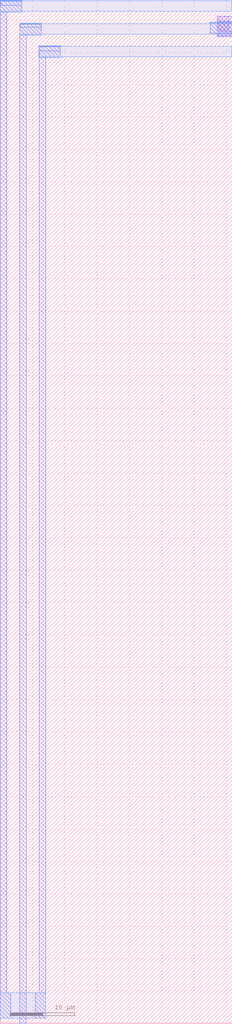
<source format=lef>
VERSION 5.7 ;
  NOWIREEXTENSIONATPIN ON ;
  DIVIDERCHAR "/" ;
  BUSBITCHARS "[]" ;
MACRO analog_to_gpio_top_right
  CLASS COVER ;
  FOREIGN analog_to_gpio_top_right ;
  ORIGIN 0.000 0.000 ;
  SIZE 35.810 BY 157.940 ;
  OBS
      LAYER met2 ;
        RECT 33.710 153.415 35.280 155.585 ;
      LAYER met3 ;
        RECT 33.560 153.210 35.810 155.585 ;
        RECT 33.700 152.580 35.670 153.210 ;
      LAYER met4 ;
        RECT 0.090 157.240 3.290 157.910 ;
        RECT 0.000 156.310 3.290 157.240 ;
        RECT 0.000 4.745 1.000 156.310 ;
        RECT 33.560 154.540 35.810 154.785 ;
        RECT 3.120 153.830 6.320 154.360 ;
        RECT 3.000 152.760 6.320 153.830 ;
        RECT 32.470 152.940 35.810 154.540 ;
        RECT 0.000 0.745 1.600 4.745 ;
        RECT 3.000 0.000 4.000 152.760 ;
        RECT 33.560 152.410 35.810 152.940 ;
        RECT 6.100 150.250 9.300 150.870 ;
        RECT 6.000 149.270 9.300 150.250 ;
        RECT 6.000 4.745 7.000 149.270 ;
        RECT 5.400 0.745 7.000 4.745 ;
      LAYER met5 ;
        RECT -0.030 157.940 3.410 158.030 ;
        RECT -0.030 156.340 35.800 157.940 ;
        RECT -0.030 156.190 3.410 156.340 ;
        RECT 3.000 154.410 6.440 154.480 ;
        RECT 32.350 154.410 35.790 154.660 ;
        RECT 3.000 152.810 35.810 154.410 ;
        RECT 3.000 152.640 6.440 152.810 ;
        RECT 5.980 150.940 9.420 150.990 ;
        RECT 5.980 149.340 35.800 150.940 ;
        RECT 5.980 149.150 9.420 149.340 ;
        RECT 0.000 0.745 7.005 4.745 ;
  END
END analog_to_gpio_top_right
END LIBRARY


</source>
